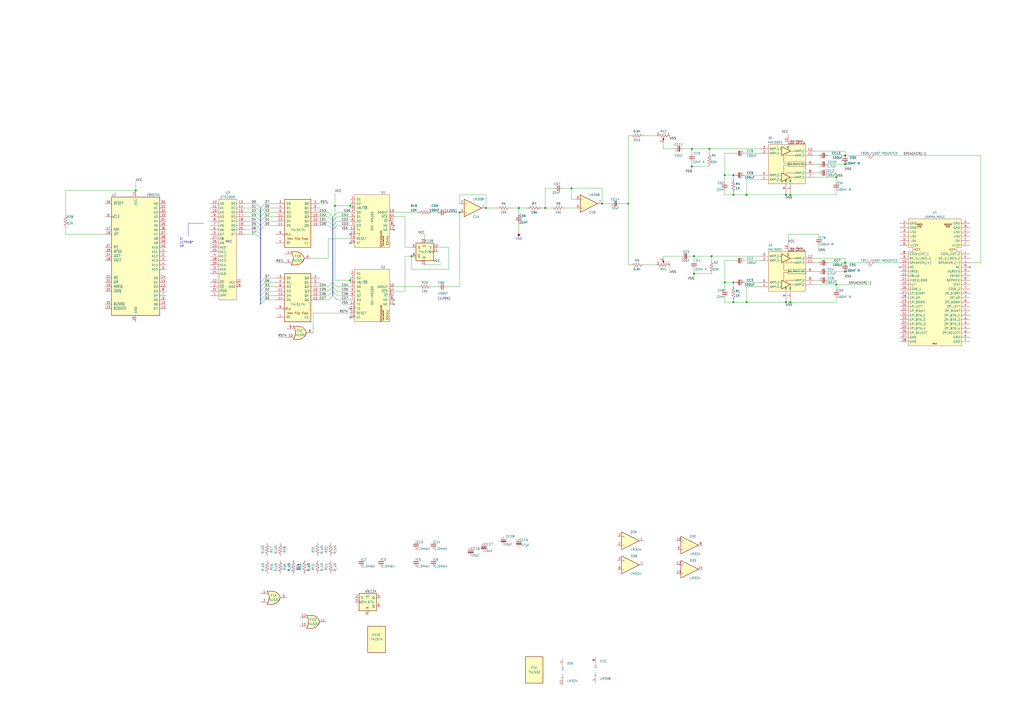
<source format=kicad_sch>
(kicad_sch (version 20230121) (generator eeschema)
  (paper "A2")
  (title_block (title "Street Fighter I") (date "2024-03-13") (rev "José Tejada G.") (company "JOTEGO") (comment 1 "@topapate") (comment 2 "JOTEGO"))
  (junction (at 458.47 175.26))
  (junction (at 78.74 110.49))
  (junction (at 194.31 119.38))
  (junction (at 490.22 157.48))
  (junction (at 412.75 148.59))
  (junction (at 349.25 118.11))
  (junction (at 281.94 120.65))
  (junction (at 455.93 175.26))
  (junction (at 402.59 158.75))
  (junction (at 490.22 152.4))
  (junction (at 401.32 86.36))
  (junction (at 420.37 163.83))
  (junction (at 203.2 119.38))
  (junction (at 455.93 113.03))
  (junction (at 490.22 90.17))
  (junction (at 266.7 123.19))
  (junction (at 433.07 175.26))
  (junction (at 316.23 120.65))
  (junction (at 300.99 120.65))
  (junction (at 425.45 175.26))
  (junction (at 203.2 162.56))
  (junction (at 411.48 86.36))
  (junction (at 458.47 113.03))
  (junction (at 402.59 148.59))
  (junction (at 425.45 113.03))
  (junction (at 401.32 96.52))
  (junction (at 420.37 101.6))
  (junction (at 433.07 113.03))
  (junction (at 331.47 109.22))
  (junction (at 425.45 163.83))
  (junction (at 425.45 101.6))
  (junction (at 364.49 118.11))
  (junction (at 485.14 165.1))
  (junction (at 485.14 102.87))
  (junction (at 238.76 148.59))
  (junction (at 490.22 95.25))
  (no_connect (at 203.2 135.89))
  (no_connect (at 203.2 184.15))
  (no_connect (at 203.2 140.97))
  (no_connect (at 203.2 179.07))
  (bus_entry (at 153.67 128.27) (size -2.54 2.54))
  (bus_entry (at 153.67 166.37) (size -2.54 2.54))
  (bus_entry (at 195.58 128.27) (size -2.54 2.54))
  (bus_entry (at 153.67 173.99) (size -2.54 2.54))
  (bus_entry (at 148.59 130.81) (size 2.54 2.54))
  (bus_entry (at 148.59 133.35) (size 2.54 2.54))
  (bus_entry (at 148.59 123.19) (size 2.54 2.54))
  (bus_entry (at 153.67 118.11) (size -2.54 2.54))
  (bus_entry (at 153.67 130.81) (size -2.54 2.54))
  (bus_entry (at 148.59 135.89) (size 2.54 2.54))
  (bus_entry (at 195.58 168.91) (size -2.54 -2.54))
  (bus_entry (at 190.5 123.19) (size 2.54 2.54))
  (bus_entry (at 190.5 128.27) (size 2.54 2.54))
  (bus_entry (at 195.58 130.81) (size -2.54 2.54))
  (bus_entry (at 195.58 173.99) (size -2.54 -2.54))
  (bus_entry (at 148.59 128.27) (size 2.54 2.54))
  (bus_entry (at 195.58 166.37) (size -2.54 -2.54))
  (bus_entry (at 148.59 125.73) (size 2.54 2.54))
  (bus_entry (at 153.67 171.45) (size -2.54 2.54))
  (bus_entry (at 153.67 125.73) (size -2.54 2.54))
  (bus_entry (at 195.58 125.73) (size -2.54 2.54))
  (bus_entry (at 153.67 123.19) (size -2.54 2.54))
  (bus_entry (at 153.67 161.29) (size -2.54 2.54))
  (bus_entry (at 153.67 163.83) (size -2.54 2.54))
  (bus_entry (at 153.67 168.91) (size -2.54 2.54))
  (bus_entry (at 148.59 120.65) (size 2.54 2.54))
  (bus_entry (at 153.67 120.65) (size -2.54 2.54))
  (bus_entry (at 148.59 118.11) (size 2.54 2.54))
  (bus_entry (at 190.5 173.99) (size 2.54 -2.54))
  (bus_entry (at 190.5 125.73) (size 2.54 2.54))
  (bus_entry (at 190.5 171.45) (size 2.54 -2.54))
  (bus_entry (at 195.58 123.19) (size -2.54 2.54))
  (bus_entry (at 195.58 171.45) (size -2.54 -2.54))
  (bus_entry (at 190.5 166.37) (size 2.54 -2.54))
  (bus_entry (at 190.5 168.91) (size 2.54 -2.54))
  (bus_entry (at 190.5 130.81) (size 2.54 2.54))
  (wire (pts (xy 142.24 123.19) (xy 148.59 123.19)))
  (wire (pts (xy 181.61 181.61) (xy 181.61 193.04)))
  (wire (pts (xy 195.58 173.99) (xy 203.2 173.99)))
  (wire (pts (xy 38.1 110.49) (xy 78.74 110.49)))
  (wire (pts (xy 401.32 86.36) (xy 411.48 86.36)))
  (wire (pts (xy 412.75 148.59) (xy 412.75 151.13)))
  (wire (pts (xy 433.07 175.26) (xy 425.45 175.26)))
  (wire (pts (xy 455.93 113.03) (xy 458.47 113.03)))
  (wire (pts (xy 60.96 135.89) (xy 38.1 135.89)))
  (wire (pts (xy 568.96 90.17) (xy 508 90.17)))
  (wire (pts (xy 78.74 105.41) (xy 78.74 110.49)))
  (wire (pts (xy 153.67 161.29) (xy 160.02 161.29)))
  (wire (pts (xy 425.45 163.83) (xy 426.72 163.83)))
  (wire (pts (xy 228.6 123.19) (xy 242.57 123.19)))
  (wire (pts (xy 300.99 120.65) (xy 306.07 120.65)))
  (wire (pts (xy 480.06 157.48) (xy 490.22 157.48)))
  (wire (pts (xy 420.37 172.72) (xy 420.37 175.26)))
  (wire (pts (xy 185.42 118.11) (xy 190.5 118.11)))
  (wire (pts (xy 402.59 148.59) (xy 412.75 148.59)))
  (wire (pts (xy 160.02 152.4) (xy 165.1 152.4)))
  (bus (pts (xy 193.04 168.91) (xy 193.04 171.45)))
  (wire (pts (xy 153.67 125.73) (xy 160.02 125.73)))
  (wire (pts (xy 190.5 138.43) (xy 203.2 138.43)))
  (wire (pts (xy 260.35 143.51) (xy 254 143.51)))
  (wire (pts (xy 161.29 195.58) (xy 166.37 195.58)))
  (wire (pts (xy 433.07 104.14) (xy 433.07 113.03)))
  (wire (pts (xy 420.37 101.6) (xy 420.37 105.41)))
  (wire (pts (xy 472.44 87.63) (xy 490.22 87.63)))
  (wire (pts (xy 194.31 119.38) (xy 194.31 162.56)))
  (wire (pts (xy 295.91 120.65) (xy 300.99 120.65)))
  (bus (pts (xy 151.13 138.43) (xy 151.13 163.83)))
  (wire (pts (xy 142.24 133.35) (xy 148.59 133.35)))
  (wire (pts (xy 142.24 135.89) (xy 148.59 135.89)))
  (wire (pts (xy 266.7 113.03) (xy 281.94 113.03)))
  (wire (pts (xy 411.48 86.36) (xy 440.69 86.36)))
  (bus (pts (xy 151.13 171.45) (xy 151.13 173.99)))
  (wire (pts (xy 472.44 100.33) (xy 474.98 100.33)))
  (wire (pts (xy 431.8 163.83) (xy 440.69 163.83)))
  (bus (pts (xy 193.04 128.27) (xy 193.04 125.73)))
  (wire (pts (xy 490.22 90.17) (xy 502.92 90.17)))
  (wire (pts (xy 402.59 158.75) (xy 402.59 162.56)))
  (wire (pts (xy 412.75 148.59) (xy 440.69 148.59)))
  (wire (pts (xy 490.22 157.48) (xy 490.22 161.29)))
  (wire (pts (xy 364.49 78.74) (xy 364.49 118.11)))
  (wire (pts (xy 234.95 148.59) (xy 238.76 148.59)))
  (wire (pts (xy 420.37 163.83) (xy 425.45 163.83)))
  (wire (pts (xy 250.19 123.19) (xy 254 123.19)))
  (wire (pts (xy 396.24 86.36) (xy 401.32 86.36)))
  (wire (pts (xy 485.14 165.1) (xy 472.44 165.1)))
  (wire (pts (xy 455.93 113.03) (xy 455.93 115.57)))
  (wire (pts (xy 203.2 161.29) (xy 203.2 162.56)))
  (wire (pts (xy 485.14 110.49) (xy 485.14 113.03)))
  (wire (pts (xy 420.37 101.6) (xy 425.45 101.6)))
  (wire (pts (xy 142.24 128.27) (xy 148.59 128.27)))
  (bus (pts (xy 151.13 135.89) (xy 151.13 138.43)))
  (wire (pts (xy 440.69 88.9) (xy 431.8 88.9)))
  (wire (pts (xy 485.14 102.87) (xy 485.14 105.41)))
  (wire (pts (xy 228.6 166.37) (xy 242.57 166.37)))
  (wire (pts (xy 455.93 175.26) (xy 455.93 177.8)))
  (wire (pts (xy 508 152.4) (xy 521.97 152.4)))
  (wire (pts (xy 153.67 163.83) (xy 160.02 163.83)))
  (wire (pts (xy 457.2 135.89) (xy 457.2 140.97)))
  (wire (pts (xy 331.47 115.57) (xy 331.47 109.22)))
  (wire (pts (xy 568.96 152.4) (xy 562.61 152.4)))
  (wire (pts (xy 480.06 152.4) (xy 490.22 152.4)))
  (wire (pts (xy 480.06 95.25) (xy 490.22 95.25)))
  (wire (pts (xy 425.45 175.26) (xy 425.45 173.99)))
  (bus (pts (xy 151.13 123.19) (xy 151.13 125.73)))
  (wire (pts (xy 228.6 125.73) (xy 234.95 125.73)))
  (wire (pts (xy 185.42 166.37) (xy 190.5 166.37)))
  (bus (pts (xy 193.04 133.35) (xy 193.04 163.83)))
  (wire (pts (xy 472.44 162.56) (xy 474.98 162.56)))
  (bus (pts (xy 193.04 130.81) (xy 193.04 133.35)))
  (wire (pts (xy 234.95 168.91) (xy 234.95 148.59)))
  (wire (pts (xy 300.99 120.65) (xy 300.99 124.46)))
  (wire (pts (xy 480.06 100.33) (xy 485.14 100.33)))
  (wire (pts (xy 455.93 175.26) (xy 458.47 175.26)))
  (wire (pts (xy 485.14 165.1) (xy 485.14 167.64)))
  (wire (pts (xy 384.81 82.55) (xy 384.81 86.36)))
  (wire (pts (xy 440.69 104.14) (xy 433.07 104.14)))
  (wire (pts (xy 384.81 86.36) (xy 391.16 86.36)))
  (wire (pts (xy 400.05 148.59) (xy 402.59 148.59)))
  (wire (pts (xy 474.98 135.89) (xy 474.98 137.16)))
  (wire (pts (xy 142.24 125.73) (xy 148.59 125.73)))
  (wire (pts (xy 485.14 102.87) (xy 472.44 102.87)))
  (wire (pts (xy 203.2 162.56) (xy 203.2 163.83)))
  (wire (pts (xy 153.67 120.65) (xy 160.02 120.65)))
  (wire (pts (xy 364.49 78.74) (xy 365.76 78.74)))
  (wire (pts (xy 255.27 152.4) (xy 255.27 153.67)))
  (bus (pts (xy 151.13 166.37) (xy 151.13 168.91)))
  (wire (pts (xy 457.2 77.47) (xy 457.2 78.74)))
  (wire (pts (xy 153.67 173.99) (xy 160.02 173.99)))
  (wire (pts (xy 431.8 101.6) (xy 440.69 101.6)))
  (wire (pts (xy 281.94 120.65) (xy 288.29 120.65)))
  (wire (pts (xy 203.2 119.38) (xy 194.31 119.38)))
  (bus (pts (xy 151.13 173.99) (xy 151.13 176.53)))
  (wire (pts (xy 485.14 100.33) (xy 485.14 102.87)))
  (wire (pts (xy 420.37 113.03) (xy 425.45 113.03)))
  (wire (pts (xy 259.08 123.19) (xy 266.7 123.19)))
  (wire (pts (xy 331.47 115.57) (xy 334.01 115.57)))
  (wire (pts (xy 316.23 120.65) (xy 316.23 109.22)))
  (wire (pts (xy 195.58 123.19) (xy 203.2 123.19)))
  (wire (pts (xy 316.23 120.65) (xy 320.04 120.65)))
  (bus (pts (xy 151.13 130.81) (xy 151.13 133.35)))
  (wire (pts (xy 364.49 153.67) (xy 365.76 153.67)))
  (wire (pts (xy 472.44 95.25) (xy 474.98 95.25)))
  (wire (pts (xy 195.58 171.45) (xy 203.2 171.45)))
  (wire (pts (xy 259.08 166.37) (xy 266.7 166.37)))
  (wire (pts (xy 401.32 96.52) (xy 411.48 96.52)))
  (bus (pts (xy 151.13 168.91) (xy 151.13 171.45)))
  (wire (pts (xy 195.58 130.81) (xy 203.2 130.81)))
  (wire (pts (xy 185.42 168.91) (xy 190.5 168.91)))
  (bus (pts (xy 151.13 120.65) (xy 151.13 123.19)))
  (wire (pts (xy 250.19 166.37) (xy 254 166.37)))
  (wire (pts (xy 153.67 171.45) (xy 160.02 171.45)))
  (bus (pts (xy 193.04 163.83) (xy 193.04 166.37)))
  (wire (pts (xy 194.31 119.38) (xy 194.31 111.76)))
  (wire (pts (xy 420.37 88.9) (xy 420.37 101.6)))
  (wire (pts (xy 349.25 109.22) (xy 349.25 118.11)))
  (wire (pts (xy 203.2 119.38) (xy 203.2 120.65)))
  (wire (pts (xy 485.14 162.56) (xy 485.14 165.1)))
  (wire (pts (xy 455.93 113.03) (xy 455.93 111.76)))
  (wire (pts (xy 316.23 109.22) (xy 321.31 109.22)))
  (wire (pts (xy 402.59 156.21) (xy 402.59 158.75)))
  (wire (pts (xy 485.14 172.72) (xy 485.14 175.26)))
  (wire (pts (xy 402.59 148.59) (xy 402.59 151.13)))
  (wire (pts (xy 425.45 113.03) (xy 425.45 111.76)))
  (wire (pts (xy 388.62 153.67) (xy 388.62 158.75)))
  (wire (pts (xy 38.1 132.08) (xy 38.1 135.89)))
  (wire (pts (xy 401.32 96.52) (xy 401.32 100.33)))
  (wire (pts (xy 480.06 162.56) (xy 485.14 162.56)))
  (wire (pts (xy 185.42 130.81) (xy 190.5 130.81)))
  (bus (pts (xy 193.04 130.81) (xy 193.04 128.27)))
  (wire (pts (xy 364.49 118.11) (xy 364.49 153.67)))
  (wire (pts (xy 153.67 168.91) (xy 160.02 168.91)))
  (wire (pts (xy 425.45 101.6) (xy 426.72 101.6)))
  (wire (pts (xy 474.98 142.24) (xy 474.98 146.05)))
  (wire (pts (xy 153.67 123.19) (xy 160.02 123.19)))
  (wire (pts (xy 203.2 181.61) (xy 181.61 181.61)))
  (bus (pts (xy 151.13 163.83) (xy 151.13 166.37)))
  (wire (pts (xy 331.47 109.22) (xy 349.25 109.22)))
  (wire (pts (xy 568.96 90.17) (xy 568.96 152.4)))
  (wire (pts (xy 440.69 166.37) (xy 433.07 166.37)))
  (wire (pts (xy 238.76 143.51) (xy 234.95 143.51)))
  (wire (pts (xy 153.67 166.37) (xy 160.02 166.37)))
  (wire (pts (xy 38.1 124.46) (xy 38.1 110.49)))
  (wire (pts (xy 234.95 125.73) (xy 234.95 143.51)))
  (wire (pts (xy 433.07 175.26) (xy 455.93 175.26)))
  (wire (pts (xy 153.67 130.81) (xy 160.02 130.81)))
  (wire (pts (xy 420.37 151.13) (xy 426.72 151.13)))
  (wire (pts (xy 246.38 153.67) (xy 255.27 153.67)))
  (wire (pts (xy 401.32 93.98) (xy 401.32 96.52)))
  (polyline (pts (xy 109.22 137.16) (xy 109.22 129.54)))
  (wire (pts (xy 433.07 113.03) (xy 455.93 113.03)))
  (wire (pts (xy 349.25 118.11) (xy 354.33 118.11)))
  (wire (pts (xy 384.81 148.59) (xy 394.97 148.59)))
  (wire (pts (xy 313.69 120.65) (xy 316.23 120.65)))
  (wire (pts (xy 401.32 86.36) (xy 401.32 88.9)))
  (wire (pts (xy 198.12 133.35) (xy 203.2 133.35)))
  (wire (pts (xy 472.44 152.4) (xy 474.98 152.4)))
  (wire (pts (xy 195.58 125.73) (xy 203.2 125.73)))
  (wire (pts (xy 455.93 175.26) (xy 455.93 173.99)))
  (wire (pts (xy 490.22 149.86) (xy 490.22 152.4)))
  (wire (pts (xy 420.37 151.13) (xy 420.37 163.83)))
  (wire (pts (xy 142.24 118.11) (xy 148.59 118.11)))
  (wire (pts (xy 185.42 171.45) (xy 190.5 171.45)))
  (wire (pts (xy 472.44 149.86) (xy 490.22 149.86)))
  (wire (pts (xy 485.14 165.1) (xy 505.46 165.1)))
  (wire (pts (xy 260.35 156.21) (xy 260.35 143.51)))
  (wire (pts (xy 458.47 113.03) (xy 458.47 111.76)))
  (wire (pts (xy 373.38 78.74) (xy 381 78.74)))
  (polyline (pts (xy 109.22 129.54) (xy 118.11 129.54)))
  (bus (pts (xy 193.04 166.37) (xy 193.04 168.91)))
  (wire (pts (xy 246.38 135.89) (xy 246.38 138.43)))
  (wire (pts (xy 490.22 152.4) (xy 502.92 152.4)))
  (wire (pts (xy 485.14 113.03) (xy 458.47 113.03)))
  (wire (pts (xy 425.45 101.6) (xy 425.45 104.14)))
  (wire (pts (xy 480.06 90.17) (xy 490.22 90.17)))
  (wire (pts (xy 472.44 90.17) (xy 474.98 90.17)))
  (wire (pts (xy 359.41 118.11) (xy 364.49 118.11)))
  (wire (pts (xy 266.7 166.37) (xy 266.7 123.19)))
  (wire (pts (xy 472.44 157.48) (xy 474.98 157.48)))
  (wire (pts (xy 420.37 175.26) (xy 425.45 175.26)))
  (bus (pts (xy 151.13 128.27) (xy 151.13 130.81)))
  (wire (pts (xy 474.98 135.89) (xy 457.2 135.89)))
  (wire (pts (xy 142.24 130.81) (xy 148.59 130.81)))
  (wire (pts (xy 190.5 149.86) (xy 190.5 138.43)))
  (wire (pts (xy 433.07 113.03) (xy 425.45 113.03)))
  (wire (pts (xy 195.58 166.37) (xy 203.2 166.37)))
  (wire (pts (xy 185.42 128.27) (xy 190.5 128.27)))
  (wire (pts (xy 490.22 87.63) (xy 490.22 90.17)))
  (wire (pts (xy 326.39 109.22) (xy 331.47 109.22)))
  (wire (pts (xy 420.37 110.49) (xy 420.37 113.03)))
  (wire (pts (xy 425.45 163.83) (xy 425.45 166.37)))
  (wire (pts (xy 142.24 120.65) (xy 148.59 120.65)))
  (wire (pts (xy 384.81 148.59) (xy 384.81 149.86)))
  (wire (pts (xy 458.47 175.26) (xy 458.47 173.99)))
  (wire (pts (xy 373.38 153.67) (xy 381 153.67)))
  (bus (pts (xy 151.13 125.73) (xy 151.13 128.27)))
  (wire (pts (xy 433.07 166.37) (xy 433.07 175.26)))
  (wire (pts (xy 153.67 128.27) (xy 160.02 128.27)))
  (wire (pts (xy 420.37 163.83) (xy 420.37 167.64)))
  (wire (pts (xy 228.6 168.91) (xy 234.95 168.91)))
  (wire (pts (xy 238.76 148.59) (xy 238.76 156.21)))
  (wire (pts (xy 180.34 149.86) (xy 190.5 149.86)))
  (wire (pts (xy 440.69 151.13) (xy 431.8 151.13)))
  (wire (pts (xy 194.31 162.56) (xy 203.2 162.56)))
  (wire (pts (xy 185.42 173.99) (xy 190.5 173.99)))
  (wire (pts (xy 420.37 88.9) (xy 426.72 88.9)))
  (wire (pts (xy 490.22 95.25) (xy 490.22 99.06)))
  (wire (pts (xy 388.62 78.74) (xy 388.62 81.28)))
  (wire (pts (xy 300.99 129.54) (xy 300.99 134.62)))
  (wire (pts (xy 327.66 120.65) (xy 334.01 120.65)))
  (wire (pts (xy 195.58 128.27) (xy 203.2 128.27)))
  (wire (pts (xy 485.14 175.26) (xy 458.47 175.26)))
  (wire (pts (xy 153.67 118.11) (xy 160.02 118.11)))
  (wire (pts (xy 195.58 168.91) (xy 203.2 168.91)))
  (wire (pts (xy 402.59 158.75) (xy 412.75 158.75)))
  (wire (pts (xy 260.35 156.21) (xy 238.76 156.21)))
  (wire (pts (xy 198.12 176.53) (xy 203.2 176.53)))
  (wire (pts (xy 185.42 123.19) (xy 190.5 123.19)))
  (bus (pts (xy 151.13 133.35) (xy 151.13 135.89)))
  (wire (pts (xy 203.2 118.11) (xy 203.2 119.38)))
  (wire (pts (xy 185.42 125.73) (xy 190.5 125.73)))
  (wire (pts (xy 281.94 113.03) (xy 281.94 120.65)))
  (wire (pts (xy 411.48 86.36) (xy 411.48 88.9)))
  (wire (pts (xy 266.7 118.11) (xy 266.7 113.03)))
  (text "(±20%) " (at 254 173.99 0) (effects (font (size 1.27 1.27)) (justify left bottom)))
  (text "CI \nL1*P4B*\nUK" (at 104.14 143.51 0) (effects (font (size 1.27 1.27)) (justify left bottom)))
  (text "NEC" (at 130.81 140.97 0) (effects (font (size 1.27 1.27)) (justify left bottom)))
  (text "(±20%) " (at 257.81 123.19 0) (effects (font (size 1.27 1.27)) (justify left bottom)))
  (label "D6" (at 153.67 120.65 0))
  (label "D2" (at 153.67 125.73 0))
  (label "D7" (at 148.59 135.89 180))
  (label "D3" (at 153.67 166.37 0))
  (label "D7" (at 153.67 161.29 0))
  (label "D5" (at 148.59 130.81 180))
  (label "D3" (at 148.59 125.73 180))
  (label "VSS" (at 198.12 176.53 0))
  (label "D0" (at 153.67 173.99 0))
  (label "D6" (at 148.59 133.35 180))
  (label "CD3" (at 198.12 130.81 0))
  (label "CD1" (at 189.23 128.27 180))
  (label "VSS" (at 485.14 102.87 0))
  (label "VCC" (at 78.74 105.41 0))
  (label "RSTL" (at 190.5 118.11 180))
  (label "CD1" (at 198.12 125.73 0))
  (label "CD7" (at 198.12 173.99 0))
  (label "CD2" (at 189.23 125.73 180))
  (label "RSTH" (at 161.29 195.58 0))
  (label "CD7" (at 189.23 173.99 180))
  (label "VSS" (at 388.62 158.75 0))
  (label "D3" (at 153.67 123.19 0))
  (label "VSS" (at 490.22 99.06 0))
  (label "VSS" (at 455.93 177.8 0))
  (label "CD5" (at 198.12 168.91 0))
  (label "D0" (at 153.67 130.81 0))
  (label "VSS" (at 474.98 146.05 0))
  (label "VSS" (at 401.32 100.33 180))
  (label "VCC" (at 194.31 111.76 0))
  (label "VCC" (at 457.2 140.97 0))
  (label "CD0" (at 189.23 130.81 180))
  (label "D7" (at 153.67 118.11 0))
  (label "VCC" (at 255.27 152.4 180))
  (label "RSTH" (at 196.85 181.61 0))
  (label "D1" (at 153.67 128.27 0))
  (label "VSS" (at 388.62 81.28 0))
  (label "VSS" (at 402.59 162.56 180))
  (label "D1" (at 153.67 171.45 0))
  (label "VCC" (at 246.38 135.89 180))
  (label "D4" (at 148.59 128.27 180))
  (label "SPEACKER(-)" (at 537.21 90.17 180))
  (label "CD0" (at 199.39 123.19 0))
  (label "D2" (at 148.59 123.19 180))
  (label "D2" (at 153.67 168.91 0))
  (label "VSS" (at 455.93 115.57 0))
  (label "CD6" (at 189.23 171.45 180))
  (label "VSS" (at 198.12 133.35 0))
  (label "CD5" (at 189.23 168.91 180))
  (label "CD3" (at 189.23 123.19 180))
  (label "VCC" (at 457.2 77.47 180))
  (label "D0" (at 148.59 118.11 180))
  (label "CD6" (at 198.12 171.45 0))
  (label "CD4" (at 198.12 166.37 0))
  (label "RSTL" (at 160.02 152.4 0))
  (label "VSS" (at 490.22 161.29 0))
  (label "SPEACKER(-)" (at 505.46 165.1 180))
  (label "D1" (at 148.59 120.65 180))
  (label "D6" (at 153.67 163.83 0))
  (label "CD2" (at 198.12 128.27 0))
  (label "CD4" (at 189.23 166.37 180))
  (symbol (lib_id "Device:C_Polarized_Small") (at 477.52 162.56 90) (mirror x) (unit 1)
    (property "Reference" "CC6" (at 483.87 161.29 90) (effects (justify left)))
    (property "Value" "100uF" (at 485.14 163.83 90) (effects (justify left)))
  )
  (symbol (lib_id "Device:R_Potentiometer_US") (at 384.81 78.74 270) (unit 1)
    (property "Reference" "RV2" (at 384.81 76.2 90))
  )
  (symbol (lib_id "Device:C_Small") (at 323.85 109.22 90) (unit 1)
    (property "Reference" "C57" (at 325.12 106.68 90) (effects (justify left)))
    (property "Value" "22nF" (at 325.12 111.76 90) (effects (justify left)))
  )
  (symbol (lib_id "Device:R_US") (at 412.75 154.94 0) (unit 1)
    (property "Reference" "R2" (at 415.29 152.4 0))
    (property "Value" "33K" (at 415.29 156.21 0))
  )
  (symbol (lib_id "Amplifier_Operational:LM358") (at 274.32 120.65 0) (mirror x) (unit 1)
    (property "Reference" "C1" (at 274.32 125.73 0) (effects (justify left)))
    (property "Value" "LM358" (at 274.32 115.57 0) (effects (justify left)))
    (property "Datasheet" "http://www.ti.com/lit/ds/symlink/lm2904-n.pdf" (effects hide))
  )
  (symbol (lib_id "Device:R_US") (at 292.1 120.65 90) (unit 1)
    (property "Reference" "R6" (at 292.1 118.11 90))
    (property "Value" "15K" (at 292.1 123.19 90))
  )
  (symbol (lib_id "Device:R_US") (at 191.77 318.77 0) (mirror y) (unit 1)
    (property "Reference" "R22" (at 189.23 318.77 90))
    (property "Value" "R_US" (at 194.31 318.77 90))
  )
  (symbol (lib_id "Device:R_US") (at 38.1 128.27 0) (unit 1)
    (property "Reference" "R28" (at 40.64 125.73 0))
    (property "Value" "22K" (at 40.64 129.54 0))
  )
  (symbol (lib_id "Amplifier_Operational:LM358") (at 347.98 388.62 0) (unit 3)
    (property "Reference" "C1" (at 347.98 383.54 0) (effects (justify left)))
    (property "Value" "LM358" (at 347.98 393.7 0) (effects (justify left)))
    (property "Datasheet" "http://www.ti.com/lit/ds/symlink/lm2904-n.pdf" (effects hide))
  )
  (symbol (lib_id "Device:C_Polarized_Small") (at 429.26 88.9 270) (unit 1)
    (property "Reference" "CC8" (at 433.07 87.63 90) (effects (justify left)))
    (property "Value" "100uF" (at 433.07 90.17 90) (effects (justify left)))
  )
  (symbol (lib_id "jt74:74LS32") (at 181.61 360.68 0) (unit 4)
    (property "Reference" "F1" (at 181.61 359.41 0))
    (property "Value" "74LS32" (at 181.61 361.95 0))
    (property "Datasheet" "http://www.ti.com/lit/gpn/sn74LS32" (effects hide))
  )
  (symbol (lib_id "Device:R_US") (at 154.94 318.77 0) (unit 1)
    (property "Reference" "R17" (at 157.48 318.77 90))
    (property "Value" "R_US" (at 152.4 318.77 90))
  )
  (symbol (lib_id "Amplifier_Operational:LM358") (at 341.63 118.11 0) (mirror x) (unit 2)
    (property "Reference" "C1" (at 341.63 123.19 0) (effects (justify left)))
    (property "Value" "LM358" (at 341.63 113.03 0) (effects (justify left)))
    (property "Datasheet" "http://www.ti.com/lit/ds/symlink/lm2904-n.pdf" (effects hide))
  )
  (symbol (lib_id "Device:C_Polarized_Small") (at 292.1 313.69 0) (unit 1)
    (property "Reference" "CC18" (at 293.37 311.15 0) (effects (justify left)))
    (property "Value" "10uF" (at 292.354 315.722 0) (effects (justify left)))
  )
  (symbol (lib_id "oki:OKI-M5205") (at 215.9 128.27 0) (unit 1)
    (property "Reference" "D1" (at 222.25 111.76 0))
    (property "Value" "OKI-M5205" (at 215.9 128.27 90))
    (property "Datasheet" "https://console5.com/techwiki/images/f/f8/MSM5205.pdf" (effects hide))
  )
  (symbol (lib_id "Device:C_Polarized_Small") (at 280.67 317.5 0) (unit 1)
    (property "Reference" "CC17" (at 280.924 315.722 0) (effects (justify left)))
    (property "Value" "10uF" (at 280.924 319.532 0) (effects (justify left)))
  )
  (symbol (lib_id "Device:C_Polarized_Small") (at 429.26 163.83 270) (unit 1)
    (property "Reference" "CC3" (at 433.07 162.56 90) (effects (justify left)))
    (property "Value" "100uF" (at 431.8 165.1 90) (effects (justify left)))
  )
  (symbol (lib_id "Device:R_US") (at 246.38 123.19 90) (unit 1)
    (property "Reference" "R19" (at 240.03 119.38 90))
    (property "Value" "10K" (at 240.03 121.92 90))
  )
  (symbol (lib_id "Device:C_Polarized_Small") (at 477.52 90.17 90) (unit 1)
    (property "Reference" "CC13" (at 487.68 88.9 90) (effects (justify left)))
    (property "Value" "100uF" (at 488.95 91.44 90) (effects (justify left)))
  )
  (symbol (lib_id "Device:C_Small") (at 420.37 107.95 0) (mirror y) (unit 1)
    (property "Reference" "C52" (at 420.116 106.172 0) (effects (justify left)))
    (property "Value" "22nf" (at 420.116 109.982 0) (effects (justify left)))
  )
  (symbol (lib_id "Amplifier_Operational:LM324") (at 400.05 330.2 0) (unit 4)
    (property "Reference" "D3" (at 400.05 325.12 0) (effects (justify left)))
    (property "Value" "LM324" (at 400.05 335.28 0) (effects (justify left)))
    (property "Datasheet" "http://www.ti.com/lit/ds/symlink/lm2902-n.pdf" (effects hide))
  )
  (symbol (lib_id "Device:C_Small") (at 241.3 316.23 0) (unit 1)
    (property "Reference" "C13" (at 241.554 314.452 0) (effects (justify left)))
    (property "Value" "C_Small" (at 241.554 318.262 0) (effects (justify left)))
  )
  (symbol (lib_id "Device:R_US") (at 323.85 120.65 270) (mirror x) (unit 1)
    (property "Reference" "R8" (at 323.85 118.11 90))
    (property "Value" "15k" (at 323.85 123.19 90))
  )
  (symbol (lib_id "jt74:74LS74") (at 213.36 349.25 0) (unit 1)
    (property "Reference" "K13" (at 215.9 342.9 0))
    (property "Value" "74LS74" (at 213.36 349.25 0))
    (property "Datasheet" "74xx/74hc_hct74.pdf" (effects hide))
  )
  (symbol (lib_id "Device:R_US") (at 170.18 328.93 0) (unit 1)
    (property "Reference" "R14" (at 172.72 328.93 90))
    (property "Value" "R_US" (at 167.64 328.93 90))
  )
  (symbol (lib_id "Device:R_US") (at 184.15 318.77 0) (mirror y) (unit 1)
    (property "Reference" "R21" (at 181.61 318.77 90))
    (property "Value" "R_US" (at 186.69 318.77 90))
  )
  (symbol (lib_id "Device:R_US") (at 184.15 328.93 0) (mirror y) (unit 1)
    (property "Reference" "R12" (at 181.61 328.93 90))
    (property "Value" "R_US" (at 186.69 328.93 90))
  )
  (symbol (lib_id "Device:C_Polarized_Small") (at 273.05 320.04 0) (unit 1)
    (property "Reference" "CC16" (at 273.304 318.262 0) (effects (justify left)))
    (property "Value" "10uF" (at 273.304 322.072 0) (effects (justify left)))
  )
  (symbol (lib_id "Device:C_Small") (at 401.32 91.44 180) (unit 1)
    (property "Reference" "C10" (at 406.4 88.9 0) (effects (justify left)))
    (property "Value" "22nF K" (at 408.94 93.98 0) (effects (justify left)))
  )
  (symbol (lib_id "Device:C_Polarized_Small") (at 300.99 314.96 0) (unit 1)
    (property "Reference" "CC15" (at 301.244 313.182 0) (effects (justify left)))
    (property "Value" "47uF" (at 302.26 316.23 0) (effects (justify left)))
  )
  (symbol (lib_id "Device:C_Small") (at 402.59 153.67 180) (unit 1)
    (property "Reference" "C4" (at 406.4 151.13 0) (effects (justify left)))
    (property "Value" "22nF K" (at 410.21 156.21 0) (effects (justify left)))
  )
  (symbol (lib_id "jt_rom:27C1000") (at 132.08 144.78 0) (unit 1)
    (property "Reference" "U3" (at 132.08 111.76 0))
    (property "Value" "27C1000" (at 132.08 114.3 0))
    (property "Datasheet" "http://www.bitsavers.org/components/macronix/1993_Macronix_Memory_Data_Book.pdf" (effects hide))
  )
  (symbol (lib_id "Device:C_Polarized_Small") (at 397.51 148.59 90) (unit 1)
    (property "Reference" "CC5" (at 400.05 146.05 90) (effects (justify left)))
    (property "Value" "10uF" (at 400.05 151.13 90) (effects (justify left)))
  )
  (symbol (lib_id "Device:R_US") (at 154.94 328.93 0) (unit 1)
    (property "Reference" "R15" (at 157.48 328.93 90))
    (property "Value" "R_US" (at 152.4 328.93 90))
  )
  (symbol (lib_id "Amplifier_Operational:LM324") (at 365.76 327.66 0) (unit 2)
    (property "Reference" "D3" (at 365.76 322.58 0) (effects (justify left)))
    (property "Value" "LM324" (at 365.76 332.74 0) (effects (justify left)))
    (property "Datasheet" "http://www.ti.com/lit/ds/symlink/lm2902-n.pdf" (effects hide))
  )
  (symbol (lib_id "Device:C_Small") (at 300.99 127 0) (unit 1)
    (property "Reference" "C56" (at 301.244 125.222 0) (effects (justify left)))
    (property "Value" "22nF" (at 301.244 129.032 0) (effects (justify left)))
  )
  (symbol (lib_id "Device:C_Polarized_Small") (at 477.52 157.48 90) (unit 1)
    (property "Reference" "CC4" (at 483.87 156.21 90) (effects (justify left)))
    (property "Value" "4.7uF" (at 485.14 158.75 90) (effects (justify left)))
  )
  (symbol (lib_id "Device:C_Small") (at 251.46 326.39 0) (unit 1)
    (property "Reference" "C6" (at 251.714 324.612 0) (effects (justify left)))
    (property "Value" "C_Small" (at 251.714 328.422 0) (effects (justify left)))
  )
  (symbol (lib_id "Device:C_Small") (at 485.14 107.95 0) (unit 1)
    (property "Reference" "C54" (at 485.394 106.172 0) (effects (justify left)))
    (property "Value" "100nF M" (at 485.394 109.982 0) (effects (justify left)))
  )
  (symbol (lib_id "arcade:JAMMA_MALE") (at 542.29 162.56 0) (unit 1)
    (property "Reference" "U1" (at 542.29 123.19 0))
    (property "Value" "JAMMA_MALE" (at 542.29 125.73 0))
    (property "Datasheet" "https://www.thegeekpub.com/279928/jamma-pinout-pdf/" (effects hide))
  )
  (symbol (lib_id "Device:C_Small") (at 485.14 170.18 0) (unit 1)
    (property "Reference" "C50" (at 485.394 168.402 0) (effects (justify left)))
    (property "Value" "100nF M" (at 485.394 172.212 0) (effects (justify left)))
  )
  (symbol (lib_id "jt74:74LS32") (at 309.88 388.62 0) (unit 5)
    (property "Reference" "F1" (at 309.88 387.35 0))
    (property "Value" "74LS32" (at 309.88 389.89 0))
    (property "Datasheet" "http://www.ti.com/lit/gpn/sn74LS32" (effects hide))
  )
  (symbol (lib_id "Device:C_Polarized_Small") (at 477.52 95.25 90) (unit 1)
    (property "Reference" "CC10" (at 485.14 93.98 90) (effects (justify left)))
    (property "Value" "4.7uF" (at 485.14 96.52 90) (effects (justify left)))
  )
  (symbol (lib_id "jt74:74LS74") (at 246.38 146.05 0) (mirror y) (unit 2)
    (property "Reference" "K13" (at 248.92 139.7 0))
    (property "Value" "74LS74" (at 246.38 146.05 0))
    (property "Datasheet" "74xx/74hc_hct74.pdf" (effects hide))
  )
  (symbol (lib_id "Device:C_Polarized_Small") (at 356.87 118.11 90) (unit 1)
    (property "Reference" "CC14" (at 359.41 115.57 90) (effects (justify left)))
    (property "Value" "10uF" (at 359.41 120.65 90) (effects (justify left)))
  )
  (symbol (lib_id "power:VSS") (at 300.99 134.62 180) (unit 1)
    (property "Reference" "#PWR01" (effects hide))
    (property "Value" "VSS" (at 300.99 138.43 0))
  )
  (symbol (lib_id "Device:C_Polarized_Small") (at 477.52 152.4 90) (unit 1)
    (property "Reference" "CC7" (at 487.68 151.13 90) (effects (justify left)))
    (property "Value" "100uF" (at 488.95 153.67 90) (effects (justify left)))
  )
  (symbol (lib_id "Device:R_US") (at 369.57 153.67 90) (unit 1)
    (property "Reference" "R9" (at 369.57 151.13 90))
    (property "Value" "6.8K" (at 369.57 156.21 90))
  )
  (symbol (lib_id "Device:R_US") (at 369.57 78.74 90) (mirror x) (unit 1)
    (property "Reference" "R10" (at 369.57 81.28 90))
    (property "Value" "6.8K" (at 369.57 76.2 90))
  )
  (symbol (lib_id "Amplifier_Operational:LM324") (at 365.76 313.69 0) (unit 1)
    (property "Reference" "D3" (at 365.76 308.61 0) (effects (justify left)))
    (property "Value" "LM324" (at 365.76 318.77 0) (effects (justify left)))
    (property "Datasheet" "http://www.ti.com/lit/ds/symlink/lm2902-n.pdf" (effects hide))
  )
  (symbol (lib_id "Device:R_US") (at 309.88 120.65 90) (unit 1)
    (property "Reference" "R7" (at 309.88 118.11 90))
    (property "Value" "15k" (at 309.88 123.19 90))
  )
  (symbol (lib_id "oki:OKI-M5205") (at 215.9 171.45 0) (unit 1)
    (property "Reference" "D2" (at 222.25 154.94 0))
    (property "Value" "OKI-M5205" (at 215.9 171.45 90))
    (property "Datasheet" "https://console5.com/techwiki/images/f/f8/MSM5205.pdf" (effects hide))
  )
  (symbol (lib_id "Device:R_US") (at 191.77 328.93 0) (mirror y) (unit 1)
    (property "Reference" "R11" (at 189.23 328.93 90))
    (property "Value" "R_US" (at 194.31 328.93 90))
  )
  (symbol (lib_id "Amplifier_Operational:LM324") (at 400.05 316.23 0) (unit 3)
    (property "Reference" "D3" (at 400.05 311.15 0) (effects (justify left)))
    (property "Value" "LM324" (at 400.05 321.31 0) (effects (justify left)))
    (property "Datasheet" "http://www.ti.com/lit/ds/symlink/lm2902-n.pdf" (effects hide))
  )
  (symbol (lib_id "Device:R_Potentiometer_US") (at 384.81 153.67 270) (mirror x) (unit 1)
    (property "Reference" "RV1" (at 384.81 156.21 90))
    (property "Value" "R_Potentiometer_US" (effects hide))
  )
  (symbol (lib_id "Device:FerriteBead_Small") (at 505.46 152.4 90) (unit 1)
    (property "Reference" "FB11" (at 504.19 151.13 90) (effects (justify left)))
    (property "Value" "NOT MOUNTED" (at 520.7 151.13 90) (effects (justify left)))
  )
  (symbol (lib_id "Device:C_Small") (at 220.98 326.39 0) (unit 1)
    (property "Reference" "C3" (at 221.234 324.612 0) (effects (justify left)))
    (property "Value" "C_Small" (at 221.234 328.422 0) (effects (justify left)))
  )
  (symbol (lib_id "jt74:74LS32") (at 173.99 193.04 0) (unit 3)
    (property "Reference" "F1" (at 173.99 191.77 0))
    (property "Value" "74LS32" (at 173.99 194.31 0))
    (property "Datasheet" "http://www.ti.com/lit/gpn/sn74LS32" (effects hide))
  )
  (symbol (lib_id "Device:FerriteBead_Small") (at 505.46 90.17 90) (unit 1)
    (property "Reference" "FB35" (at 504.19 88.9 90) (effects (justify left)))
    (property "Value" "NOT MOUNTED" (at 520.7 88.9 90) (effects (justify left)))
  )
  (symbol (lib_id "Device:R_US") (at 162.56 328.93 0) (unit 1)
    (property "Reference" "R16" (at 165.1 328.93 90))
    (property "Value" "R_US" (at 160.02 328.93 90))
  )
  (symbol (lib_id "Device:C_Polarized_Small") (at 429.26 101.6 270) (unit 1)
    (property "Reference" "CC9" (at 433.07 100.33 90) (effects (justify left)))
    (property "Value" "100uF" (at 431.8 102.87 90) (effects (justify left)))
  )
  (symbol (lib_id "Device:C_Small") (at 490.22 154.94 0) (unit 1)
    (property "Reference" "C51" (at 492.76 153.67 0) (effects (justify left)))
    (property "Value" "100nF M" (at 490.474 156.972 0) (effects (justify left)))
  )
  (symbol (lib_id "Device:C_Polarized_Small") (at 393.7 86.36 90) (unit 1)
    (property "Reference" "CC11" (at 396.24 83.82 90) (effects (justify left)))
    (property "Value" "10uF" (at 396.24 90.17 90) (effects (justify left)))
  )
  (symbol (lib_id "Device:C_Small") (at 209.55 326.39 0) (unit 1)
    (property "Reference" "C2" (at 209.804 324.612 0) (effects (justify left)))
    (property "Value" "C_Small" (at 209.804 328.422 0) (effects (justify left)))
  )
  (symbol (lib_id "Device:R_US") (at 176.53 328.93 0) (mirror y) (unit 1)
    (property "Reference" "R13" (at 173.99 328.93 90))
    (property "Value" "R_US" (at 179.07 328.93 90))
  )
  (symbol (lib_id "arcade:HA13001") (at 457.2 157.48 0) (unit 1)
    (property "Reference" "A1" (at 447.04 142.24 0))
    (property "Value" "HA13001" (at 449.58 144.78 0))
    (property "Datasheet" "https://datasheetspdf.com/pdf-file/527113/ETC/HA13001/1" (effects hide))
  )
  (symbol (lib_id "CPU:Z80CPU") (at 78.74 148.59 0) (unit 1)
    (property "Reference" "U2" (at 64.77 113.03 0) (effects (justify left)))
    (property "Value" "Z80CPU" (at 85.09 113.03 0) (effects (justify left)))
    (property "Datasheet" "www.zilog.com/manage_directlink.php?filepath=docs/z80/um0080" (effects hide))
  )
  (symbol (lib_id "jt74:74LS74") (at 218.44 370.84 0) (unit 3)
    (property "Reference" "K13" (at 218.44 368.3 0))
    (property "Value" "74LS74" (at 218.44 370.84 0))
    (property "Datasheet" "74xx/74hc_hct74.pdf" (effects hide))
  )
  (symbol (lib_id "Amplifier_Operational:LM324") (at 328.93 389.89 0) (unit 5)
    (property "Reference" "D3" (at 328.93 384.81 0) (effects (justify left)))
    (property "Value" "LM324" (at 328.93 394.97 0) (effects (justify left)))
    (property "Datasheet" "http://www.ti.com/lit/ds/symlink/lm2902-n.pdf" (effects hide))
  )
  (symbol (lib_id "Device:C_Small") (at 256.54 166.37 270) (unit 1)
    (property "Reference" "C60" (at 254 163.83 90) (effects (justify left)))
    (property "Value" "100nF" (at 254 170.18 90) (effects (justify left)))
  )
  (symbol (lib_id "Device:C_Polarized_Small") (at 477.52 100.33 90) (mirror x) (unit 1)
    (property "Reference" "CC12" (at 483.87 99.06 90) (effects (justify left)))
    (property "Value" "100uF" (at 485.14 101.6 90) (effects (justify left)))
  )
  (symbol (lib_id "jt74:74LS32") (at 158.75 346.71 0) (unit 1)
    (property "Reference" "F1" (at 158.75 345.44 0))
    (property "Value" "74LS32" (at 158.75 347.98 0))
    (property "Datasheet" "http://www.ti.com/lit/gpn/sn74LS32" (effects hide))
  )
  (symbol (lib_id "arcade:HA13001") (at 457.2 95.25 0) (unit 1)
    (property "Reference" "B1" (at 447.04 80.01 0))
    (property "Value" "HA13001" (at 449.58 82.55 0))
    (property "Datasheet" "https://datasheetspdf.com/pdf-file/527113/ETC/HA13001/1" (effects hide))
  )
  (symbol (lib_id "Device:R_US") (at 162.56 318.77 0) (unit 1)
    (property "Reference" "R18" (at 165.1 318.77 90))
    (property "Value" "R_US" (at 160.02 318.77 90))
  )
  (symbol (lib_id "Device:C_Small") (at 251.46 316.23 0) (unit 1)
    (property "Reference" "C14" (at 251.714 314.452 0) (effects (justify left)))
    (property "Value" "C_Small" (at 251.714 318.262 0) (effects (justify left)))
  )
  (symbol (lib_id "Device:C_Small") (at 474.98 139.7 0) (unit 1)
    (property "Reference" "C76" (at 475.234 137.922 0) (effects (justify left)))
    (property "Value" "100nF M" (at 475.234 141.732 0) (effects (justify left)))
  )
  (symbol (lib_id "Device:R_US") (at 246.38 166.37 90) (unit 1)
    (property "Reference" "R20" (at 246.38 163.83 90))
    (property "Value" "10K" (at 246.38 168.91 90))
  )
  (symbol (lib_id "jt74:74LS32") (at 172.72 149.86 0) (unit 2)
    (property "Reference" "F1" (at 172.72 148.59 0))
    (property "Value" "74LS32" (at 172.72 151.13 0))
    (property "Datasheet" "http://www.ti.com/lit/gpn/sn74LS32" (effects hide))
  )
  (symbol (lib_id "Device:R_US") (at 411.48 92.71 0) (unit 1)
    (property "Reference" "R5" (at 414.02 90.17 0))
    (property "Value" "33K" (at 414.02 93.98 0))
  )
  (symbol (lib_id "Device:C_Small") (at 241.3 326.39 0) (unit 1)
    (property "Reference" "C5" (at 241.554 324.612 0) (effects (justify left)))
    (property "Value" "C_Small" (at 241.554 328.422 0) (effects (justify left)))
  )
  (symbol (lib_id "jt74:74LS174") (at 172.72 128.27 0) (unit 1)
    (property "Reference" "E1" (at 177.8 140.97 0))
    (property "Value" "74LS174" (at 172.72 133.35 0))
    (property "Datasheet" "http://www.ti.com/lit/gpn/sn74LS174" (effects hide))
  )
  (symbol (lib_id "Device:C_Small") (at 490.22 92.71 0) (unit 1)
    (property "Reference" "C55" (at 492.76 91.44 0) (effects (justify left)))
    (property "Value" "100nF M" (at 490.474 94.742 0) (effects (justify left)))
  )
  (symbol (lib_id "Device:C_Polarized_Small") (at 429.26 151.13 270) (unit 1)
    (property "Reference" "CC2" (at 433.07 149.86 90) (effects (justify left)))
    (property "Value" "100uF" (at 433.07 152.4 90) (effects (justify left)))
  )
  (symbol (lib_id "jt74:74LS174") (at 172.72 171.45 0) (unit 1)
    (property "Reference" "E2" (at 177.8 184.15 0))
    (property "Value" "74LS174" (at 172.72 176.53 0))
    (property "Datasheet" "http://www.ti.com/lit/gpn/sn74LS174" (effects hide))
  )
  (symbol (lib_id "Device:R_US") (at 425.45 170.18 0) (mirror y) (unit 1)
    (property "Reference" "R1" (at 427.99 168.91 0))
    (property "Value" "1K" (at 427.99 171.45 0))
  )
  (symbol (lib_id "Device:C_Small") (at 420.37 170.18 0) (mirror y) (unit 1)
    (property "Reference" "C48" (at 420.116 168.402 0) (effects (justify left)))
    (property "Value" "22nf" (at 420.116 172.212 0) (effects (justify left)))
  )
  (symbol (lib_id "Device:C_Small") (at 256.54 123.19 270) (unit 1)
    (property "Reference" "C59" (at 250.19 119.38 90) (effects (justify left)))
    (property "Value" "100nF" (at 248.92 121.92 90) (effects (justify left)))
  )
  (symbol (lib_id "Device:R_US") (at 425.45 107.95 0) (mirror y) (unit 1)
    (property "Reference" "R4" (at 427.99 106.68 0))
    (property "Value" "1K" (at 427.99 109.22 0))
  )
)
</source>
